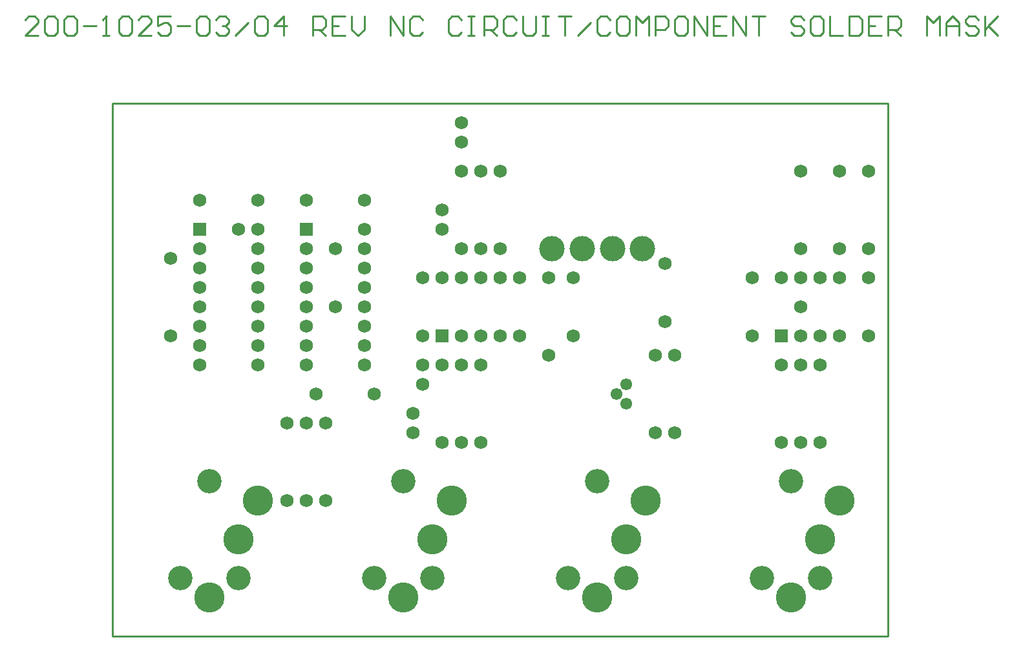
<source format=gbs>
*%FSLAX23Y23*%
*%MOIN*%
G01*
%ADD11C,0.007*%
%ADD12C,0.008*%
%ADD13C,0.010*%
%ADD14C,0.012*%
%ADD15C,0.020*%
%ADD16C,0.032*%
%ADD17C,0.036*%
%ADD18C,0.050*%
%ADD19C,0.052*%
%ADD20C,0.055*%
%ADD21C,0.056*%
%ADD22C,0.060*%
%ADD23C,0.061*%
%ADD24C,0.062*%
%ADD25C,0.068*%
%ADD26C,0.070*%
%ADD27C,0.080*%
%ADD28C,0.090*%
%ADD29C,0.095*%
%ADD30C,0.115*%
%ADD31C,0.120*%
%ADD32C,0.125*%
%ADD33C,0.126*%
%ADD34C,0.131*%
%ADD35C,0.150*%
%ADD36C,0.156*%
%ADD37R,0.062X0.062*%
%ADD38R,0.068X0.068*%
D13*
X7492Y9551D02*
X7559D01*
X7492D02*
X7559Y9618D01*
Y9634D01*
X7542Y9651D01*
X7509D01*
X7492Y9634D01*
X7592D02*
X7609Y9651D01*
X7642D01*
X7659Y9634D01*
Y9568D01*
X7642Y9551D01*
X7609D01*
X7592Y9568D01*
Y9634D01*
X7692D02*
X7709Y9651D01*
X7742D01*
X7759Y9634D01*
Y9568D01*
X7742Y9551D01*
X7709D01*
X7692Y9568D01*
Y9634D01*
X7792Y9601D02*
X7859D01*
X7892Y9551D02*
X7925D01*
X7909D01*
Y9651D01*
X7910D01*
X7909D02*
X7892Y9634D01*
X7975D02*
X7992Y9651D01*
X8025D01*
X8042Y9634D01*
Y9568D01*
X8025Y9551D01*
X7992D01*
X7975Y9568D01*
Y9634D01*
X8075Y9551D02*
X8142D01*
X8075D02*
X8142Y9618D01*
Y9634D01*
X8125Y9651D01*
X8092D01*
X8075Y9634D01*
X8175Y9651D02*
X8242D01*
X8175D02*
Y9601D01*
X8208Y9618D01*
X8225D01*
X8242Y9601D01*
Y9568D01*
X8225Y9551D01*
X8192D01*
X8175Y9568D01*
X8275Y9601D02*
X8342D01*
X8375Y9634D02*
X8392Y9651D01*
X8425D01*
X8442Y9634D01*
Y9568D01*
X8425Y9551D01*
X8392D01*
X8375Y9568D01*
Y9634D01*
X8475D02*
X8492Y9651D01*
X8525D01*
X8542Y9634D01*
Y9618D01*
X8543D01*
X8542D02*
X8543D01*
X8542D02*
X8543D01*
X8542D02*
X8525Y9601D01*
X8508D01*
X8525D01*
X8542Y9584D01*
Y9568D01*
X8525Y9551D01*
X8492D01*
X8475Y9568D01*
X8575Y9551D02*
X8642Y9618D01*
X8675Y9634D02*
X8692Y9651D01*
X8725D01*
X8742Y9634D01*
Y9568D01*
X8725Y9551D01*
X8692D01*
X8675Y9568D01*
Y9634D01*
X8825Y9651D02*
Y9551D01*
X8775Y9601D02*
X8825Y9651D01*
X8842Y9601D02*
X8775D01*
X8975Y9551D02*
Y9651D01*
X9025D01*
X9041Y9634D01*
Y9601D01*
X9025Y9584D01*
X8975D01*
X9008D02*
X9041Y9551D01*
X9075Y9651D02*
X9141D01*
X9075D02*
Y9551D01*
X9141D01*
X9108Y9601D02*
X9075D01*
X9175Y9584D02*
Y9651D01*
Y9584D02*
X9208Y9551D01*
X9241Y9584D01*
Y9651D01*
X9375D02*
Y9551D01*
X9441D02*
X9375Y9651D01*
X9441D02*
Y9551D01*
X9541Y9634D02*
X9525Y9651D01*
X9491D01*
X9475Y9634D01*
Y9568D01*
X9491Y9551D01*
X9525D01*
X9541Y9568D01*
X9725Y9651D02*
X9741Y9634D01*
X9725Y9651D02*
X9691D01*
X9675Y9634D01*
Y9568D01*
X9691Y9551D01*
X9725D01*
X9741Y9568D01*
X9775Y9651D02*
X9808D01*
X9791D01*
Y9551D01*
X9775D01*
X9808D01*
X9858D02*
Y9651D01*
X9908D01*
X9925Y9634D01*
Y9601D01*
X9908Y9584D01*
X9858D01*
X9891D02*
X9925Y9551D01*
X10025Y9634D02*
X10008Y9651D01*
X9975D01*
X9958Y9634D01*
Y9568D01*
X9975Y9551D01*
X10008D01*
X10025Y9568D01*
X10058D02*
Y9651D01*
Y9568D02*
X10074Y9551D01*
X10108D01*
X10124Y9568D01*
Y9651D01*
X10158D02*
X10191D01*
X10174D01*
Y9551D01*
X10158D01*
X10191D01*
X10241Y9651D02*
X10308D01*
X10274D01*
Y9551D01*
X10341D02*
X10408Y9618D01*
X10491Y9651D02*
X10508Y9634D01*
X10491Y9651D02*
X10458D01*
X10441Y9634D01*
Y9568D01*
X10458Y9551D01*
X10491D01*
X10508Y9568D01*
X10558Y9651D02*
X10591D01*
X10558D02*
X10541Y9634D01*
Y9568D01*
X10558Y9551D01*
X10591D01*
X10608Y9568D01*
Y9634D01*
X10591Y9651D01*
X10641D02*
Y9551D01*
X10674Y9618D02*
X10641Y9651D01*
X10674Y9618D02*
X10708Y9651D01*
Y9551D01*
X10741D02*
Y9651D01*
X10791D01*
X10808Y9634D01*
Y9601D01*
X10791Y9584D01*
X10741D01*
X10858Y9651D02*
X10891D01*
X10858D02*
X10841Y9634D01*
Y9568D01*
X10858Y9551D01*
X10891D01*
X10908Y9568D01*
Y9634D01*
X10891Y9651D01*
X10941D02*
Y9551D01*
X11008D02*
X10941Y9651D01*
X11008D02*
Y9551D01*
X11041Y9651D02*
X11107D01*
X11041D02*
Y9551D01*
X11107D01*
X11074Y9601D02*
X11041D01*
X11141Y9551D02*
Y9651D01*
X11207Y9551D01*
Y9651D01*
X11241D02*
X11307D01*
X11274D01*
Y9551D01*
X11491Y9651D02*
X11507Y9634D01*
X11491Y9651D02*
X11457D01*
X11441Y9634D01*
Y9618D01*
X11457Y9601D01*
X11491D01*
X11507Y9584D01*
Y9568D01*
X11491Y9551D01*
X11457D01*
X11441Y9568D01*
X11557Y9651D02*
X11591D01*
X11557D02*
X11541Y9634D01*
Y9568D01*
X11557Y9551D01*
X11591D01*
X11607Y9568D01*
Y9634D01*
X11591Y9651D01*
X11641D02*
Y9551D01*
X11707D01*
X11741D02*
Y9651D01*
Y9551D02*
X11791D01*
X11807Y9568D01*
Y9634D01*
X11791Y9651D01*
X11741D01*
X11841D02*
X11907D01*
X11841D02*
Y9551D01*
X11907D01*
X11874Y9601D02*
X11841D01*
X11941Y9551D02*
Y9651D01*
X11991D01*
X12007Y9634D01*
Y9601D01*
X11991Y9584D01*
X11941D01*
X11974D02*
X12007Y9551D01*
X12140D02*
Y9651D01*
X12174Y9618D01*
X12207Y9651D01*
Y9551D01*
X12240D02*
Y9618D01*
X12274Y9651D01*
X12307Y9618D01*
Y9551D01*
Y9601D01*
X12240D01*
X12390Y9651D02*
X12407Y9634D01*
X12390Y9651D02*
X12357D01*
X12340Y9634D01*
Y9618D01*
X12357Y9601D01*
X12390D01*
X12407Y9584D01*
Y9568D01*
X12390Y9551D01*
X12357D01*
X12340Y9568D01*
X12440Y9551D02*
Y9651D01*
Y9584D02*
Y9551D01*
Y9584D02*
X12507Y9651D01*
X12457Y9601D01*
X12507Y9551D01*
X11942Y9201D02*
X7942D01*
Y6451D02*
X11942D01*
X7942D02*
Y9201D01*
X11942D02*
Y6451D01*
D23*
X10592Y7651D02*
D03*
X10542Y7701D02*
D03*
X10592Y7751D02*
D03*
D25*
X11492Y8151D02*
D03*
X9092Y8451D02*
D03*
Y8151D02*
D03*
X8592Y8551D02*
D03*
X11692Y8451D02*
D03*
Y8851D02*
D03*
X11842D02*
D03*
Y8451D02*
D03*
Y8001D02*
D03*
Y8301D02*
D03*
X11492Y8451D02*
D03*
Y8851D02*
D03*
X10792Y8076D02*
D03*
Y8376D02*
D03*
X10317Y8301D02*
D03*
Y8001D02*
D03*
X10842Y7501D02*
D03*
Y7901D02*
D03*
X10742D02*
D03*
Y7501D02*
D03*
X10192Y7901D02*
D03*
Y8301D02*
D03*
X11392Y7851D02*
D03*
Y7451D02*
D03*
X11492D02*
D03*
Y7851D02*
D03*
X11592D02*
D03*
Y7451D02*
D03*
X11242Y8301D02*
D03*
Y8001D02*
D03*
X11592D02*
D03*
X11692D02*
D03*
Y8301D02*
D03*
X11592D02*
D03*
X11492D02*
D03*
X11392D02*
D03*
X11492Y8001D02*
D03*
X9242Y8701D02*
D03*
X8942D02*
D03*
X8692D02*
D03*
X8392D02*
D03*
X9742Y9101D02*
D03*
Y9001D02*
D03*
X9942Y8451D02*
D03*
Y8851D02*
D03*
X9642Y8551D02*
D03*
Y8651D02*
D03*
X8942Y7151D02*
D03*
Y7551D02*
D03*
X9492Y7501D02*
D03*
Y7601D02*
D03*
X9042Y7151D02*
D03*
Y7551D02*
D03*
X8842Y7151D02*
D03*
Y7551D02*
D03*
X9292Y7701D02*
D03*
X8992D02*
D03*
X8942Y8451D02*
D03*
Y8151D02*
D03*
Y8051D02*
D03*
Y7951D02*
D03*
Y7851D02*
D03*
X9242D02*
D03*
Y7951D02*
D03*
Y8051D02*
D03*
Y8151D02*
D03*
Y8251D02*
D03*
Y8351D02*
D03*
Y8451D02*
D03*
Y8551D02*
D03*
X8942Y8351D02*
D03*
Y8251D02*
D03*
X10042Y8001D02*
D03*
Y8301D02*
D03*
X9742Y8851D02*
D03*
Y8451D02*
D03*
X9842Y7451D02*
D03*
Y7851D02*
D03*
X9742Y7451D02*
D03*
Y7851D02*
D03*
X9542Y7751D02*
D03*
Y7851D02*
D03*
X9642Y7451D02*
D03*
Y7851D02*
D03*
X9542Y8301D02*
D03*
Y8001D02*
D03*
X9842D02*
D03*
X9942D02*
D03*
Y8301D02*
D03*
X9842D02*
D03*
X9742D02*
D03*
X9642D02*
D03*
X9742Y8001D02*
D03*
X9842Y8851D02*
D03*
Y8451D02*
D03*
X8392D02*
D03*
Y8151D02*
D03*
Y8051D02*
D03*
Y7951D02*
D03*
Y7851D02*
D03*
X8692D02*
D03*
Y7951D02*
D03*
Y8051D02*
D03*
Y8151D02*
D03*
Y8251D02*
D03*
Y8351D02*
D03*
Y8451D02*
D03*
Y8551D02*
D03*
X8392Y8351D02*
D03*
Y8251D02*
D03*
X8242Y8401D02*
D03*
Y8001D02*
D03*
D33*
X10292Y6751D02*
D03*
X10592D02*
D03*
X10442Y7251D02*
D03*
X11292Y6751D02*
D03*
X11592D02*
D03*
X11442Y7251D02*
D03*
X9292Y6751D02*
D03*
X9592D02*
D03*
X9442Y7251D02*
D03*
X8292Y6751D02*
D03*
X8592D02*
D03*
X8442Y7251D02*
D03*
D34*
X10364Y8451D02*
D03*
X10676D02*
D03*
X10208D02*
D03*
X10520D02*
D03*
D36*
X10692Y7151D02*
D03*
X10592Y6951D02*
D03*
X10442Y6651D02*
D03*
X11692Y7151D02*
D03*
X11592Y6951D02*
D03*
X11442Y6651D02*
D03*
X9692Y7151D02*
D03*
X9592Y6951D02*
D03*
X9442Y6651D02*
D03*
X8692Y7151D02*
D03*
X8592Y6951D02*
D03*
X8442Y6651D02*
D03*
D38*
X11392Y8001D02*
D03*
X8942Y8551D02*
D03*
X9642Y8001D02*
D03*
X8392Y8551D02*
D03*
M02*

</source>
